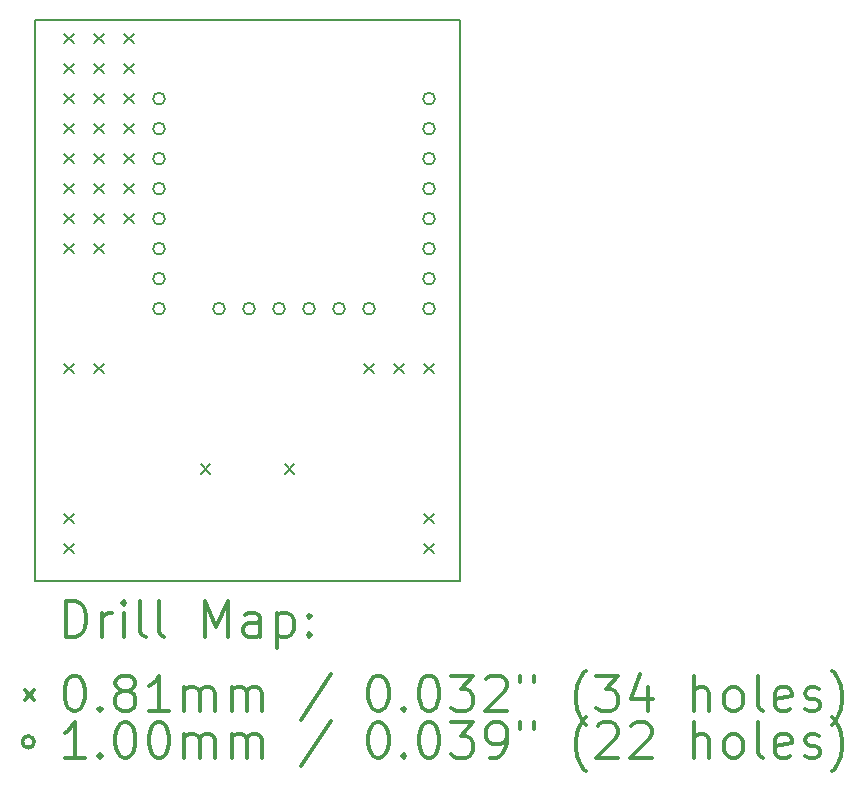
<source format=gbr>
%FSLAX45Y45*%
G04 Gerber Fmt 4.5, Leading zero omitted, Abs format (unit mm)*
G04 Created by KiCad (PCBNEW 4.0.4-stable) date *
%MOMM*%
%LPD*%
G01*
G04 APERTURE LIST*
%ADD10C,0.127000*%
%ADD11C,0.150000*%
%ADD12C,0.200000*%
%ADD13C,0.300000*%
G04 APERTURE END LIST*
D10*
D11*
X0Y4750000D02*
X0Y0D01*
X0Y0D02*
X3600000Y0D01*
X3600000Y4750000D02*
X3600000Y0D01*
X0Y4750000D02*
X3600000Y4750000D01*
D12*
X246360Y4630640D02*
X327640Y4549360D01*
X327640Y4630640D02*
X246360Y4549360D01*
X246360Y4376640D02*
X327640Y4295360D01*
X327640Y4376640D02*
X246360Y4295360D01*
X246360Y4122640D02*
X327640Y4041360D01*
X327640Y4122640D02*
X246360Y4041360D01*
X246360Y3868640D02*
X327640Y3787360D01*
X327640Y3868640D02*
X246360Y3787360D01*
X246360Y3614640D02*
X327640Y3533360D01*
X327640Y3614640D02*
X246360Y3533360D01*
X246360Y3360640D02*
X327640Y3279360D01*
X327640Y3360640D02*
X246360Y3279360D01*
X246360Y3106640D02*
X327640Y3025360D01*
X327640Y3106640D02*
X246360Y3025360D01*
X246360Y2852640D02*
X327640Y2771360D01*
X327640Y2852640D02*
X246360Y2771360D01*
X246360Y1836640D02*
X327640Y1755360D01*
X327640Y1836640D02*
X246360Y1755360D01*
X246360Y566640D02*
X327640Y485360D01*
X327640Y566640D02*
X246360Y485360D01*
X246360Y312640D02*
X327640Y231360D01*
X327640Y312640D02*
X246360Y231360D01*
X500360Y4630640D02*
X581640Y4549360D01*
X581640Y4630640D02*
X500360Y4549360D01*
X500360Y4376640D02*
X581640Y4295360D01*
X581640Y4376640D02*
X500360Y4295360D01*
X500360Y4122640D02*
X581640Y4041360D01*
X581640Y4122640D02*
X500360Y4041360D01*
X500360Y3868640D02*
X581640Y3787360D01*
X581640Y3868640D02*
X500360Y3787360D01*
X500360Y3614640D02*
X581640Y3533360D01*
X581640Y3614640D02*
X500360Y3533360D01*
X500360Y3360640D02*
X581640Y3279360D01*
X581640Y3360640D02*
X500360Y3279360D01*
X500360Y3106640D02*
X581640Y3025360D01*
X581640Y3106640D02*
X500360Y3025360D01*
X500360Y2852640D02*
X581640Y2771360D01*
X581640Y2852640D02*
X500360Y2771360D01*
X500360Y1836640D02*
X581640Y1755360D01*
X581640Y1836640D02*
X500360Y1755360D01*
X754360Y4630640D02*
X835640Y4549360D01*
X835640Y4630640D02*
X754360Y4549360D01*
X754360Y4376640D02*
X835640Y4295360D01*
X835640Y4376640D02*
X754360Y4295360D01*
X754360Y4122640D02*
X835640Y4041360D01*
X835640Y4122640D02*
X754360Y4041360D01*
X754360Y3868640D02*
X835640Y3787360D01*
X835640Y3868640D02*
X754360Y3787360D01*
X754360Y3614640D02*
X835640Y3533360D01*
X835640Y3614640D02*
X754360Y3533360D01*
X754360Y3360640D02*
X835640Y3279360D01*
X835640Y3360640D02*
X754360Y3279360D01*
X754360Y3106640D02*
X835640Y3025360D01*
X835640Y3106640D02*
X754360Y3025360D01*
X1402060Y985740D02*
X1483340Y904460D01*
X1483340Y985740D02*
X1402060Y904460D01*
X2113260Y985740D02*
X2194540Y904460D01*
X2194540Y985740D02*
X2113260Y904460D01*
X2786360Y1836640D02*
X2867640Y1755360D01*
X2867640Y1836640D02*
X2786360Y1755360D01*
X3040360Y1836640D02*
X3121640Y1755360D01*
X3121640Y1836640D02*
X3040360Y1755360D01*
X3294360Y1836640D02*
X3375640Y1755360D01*
X3375640Y1836640D02*
X3294360Y1755360D01*
X3294360Y566640D02*
X3375640Y485360D01*
X3375640Y566640D02*
X3294360Y485360D01*
X3294360Y312640D02*
X3375640Y231360D01*
X3375640Y312640D02*
X3294360Y231360D01*
X1099038Y4082000D02*
G75*
G03X1099038Y4082000I-50038J0D01*
G01*
X1099038Y3828000D02*
G75*
G03X1099038Y3828000I-50038J0D01*
G01*
X1099038Y3574000D02*
G75*
G03X1099038Y3574000I-50038J0D01*
G01*
X1099038Y3320000D02*
G75*
G03X1099038Y3320000I-50038J0D01*
G01*
X1099038Y3066000D02*
G75*
G03X1099038Y3066000I-50038J0D01*
G01*
X1099038Y2812000D02*
G75*
G03X1099038Y2812000I-50038J0D01*
G01*
X1099038Y2558000D02*
G75*
G03X1099038Y2558000I-50038J0D01*
G01*
X1099038Y2304000D02*
G75*
G03X1099038Y2304000I-50038J0D01*
G01*
X1607038Y2304000D02*
G75*
G03X1607038Y2304000I-50038J0D01*
G01*
X1861038Y2304000D02*
G75*
G03X1861038Y2304000I-50038J0D01*
G01*
X2115038Y2304000D02*
G75*
G03X2115038Y2304000I-50038J0D01*
G01*
X2369038Y2304000D02*
G75*
G03X2369038Y2304000I-50038J0D01*
G01*
X2623038Y2304000D02*
G75*
G03X2623038Y2304000I-50038J0D01*
G01*
X2877038Y2304000D02*
G75*
G03X2877038Y2304000I-50038J0D01*
G01*
X3385038Y4082000D02*
G75*
G03X3385038Y4082000I-50038J0D01*
G01*
X3385038Y3828000D02*
G75*
G03X3385038Y3828000I-50038J0D01*
G01*
X3385038Y3574000D02*
G75*
G03X3385038Y3574000I-50038J0D01*
G01*
X3385038Y3320000D02*
G75*
G03X3385038Y3320000I-50038J0D01*
G01*
X3385038Y3066000D02*
G75*
G03X3385038Y3066000I-50038J0D01*
G01*
X3385038Y2812000D02*
G75*
G03X3385038Y2812000I-50038J0D01*
G01*
X3385038Y2558000D02*
G75*
G03X3385038Y2558000I-50038J0D01*
G01*
X3385038Y2304000D02*
G75*
G03X3385038Y2304000I-50038J0D01*
G01*
D13*
X263929Y-473214D02*
X263929Y-173214D01*
X335357Y-173214D01*
X378214Y-187500D01*
X406786Y-216071D01*
X421071Y-244643D01*
X435357Y-301786D01*
X435357Y-344643D01*
X421071Y-401786D01*
X406786Y-430357D01*
X378214Y-458929D01*
X335357Y-473214D01*
X263929Y-473214D01*
X563929Y-473214D02*
X563929Y-273214D01*
X563929Y-330357D02*
X578214Y-301786D01*
X592500Y-287500D01*
X621071Y-273214D01*
X649643Y-273214D01*
X749643Y-473214D02*
X749643Y-273214D01*
X749643Y-173214D02*
X735357Y-187500D01*
X749643Y-201786D01*
X763928Y-187500D01*
X749643Y-173214D01*
X749643Y-201786D01*
X935357Y-473214D02*
X906786Y-458929D01*
X892500Y-430357D01*
X892500Y-173214D01*
X1092500Y-473214D02*
X1063929Y-458929D01*
X1049643Y-430357D01*
X1049643Y-173214D01*
X1435357Y-473214D02*
X1435357Y-173214D01*
X1535357Y-387500D01*
X1635357Y-173214D01*
X1635357Y-473214D01*
X1906786Y-473214D02*
X1906786Y-316072D01*
X1892500Y-287500D01*
X1863928Y-273214D01*
X1806786Y-273214D01*
X1778214Y-287500D01*
X1906786Y-458929D02*
X1878214Y-473214D01*
X1806786Y-473214D01*
X1778214Y-458929D01*
X1763928Y-430357D01*
X1763928Y-401786D01*
X1778214Y-373214D01*
X1806786Y-358929D01*
X1878214Y-358929D01*
X1906786Y-344643D01*
X2049643Y-273214D02*
X2049643Y-573214D01*
X2049643Y-287500D02*
X2078214Y-273214D01*
X2135357Y-273214D01*
X2163929Y-287500D01*
X2178214Y-301786D01*
X2192500Y-330357D01*
X2192500Y-416071D01*
X2178214Y-444643D01*
X2163929Y-458929D01*
X2135357Y-473214D01*
X2078214Y-473214D01*
X2049643Y-458929D01*
X2321071Y-444643D02*
X2335357Y-458929D01*
X2321071Y-473214D01*
X2306786Y-458929D01*
X2321071Y-444643D01*
X2321071Y-473214D01*
X2321071Y-287500D02*
X2335357Y-301786D01*
X2321071Y-316072D01*
X2306786Y-301786D01*
X2321071Y-287500D01*
X2321071Y-316072D01*
X-88780Y-926860D02*
X-7500Y-1008140D01*
X-7500Y-926860D02*
X-88780Y-1008140D01*
X321071Y-803214D02*
X349643Y-803214D01*
X378214Y-817500D01*
X392500Y-831786D01*
X406786Y-860357D01*
X421071Y-917500D01*
X421071Y-988929D01*
X406786Y-1046071D01*
X392500Y-1074643D01*
X378214Y-1088929D01*
X349643Y-1103214D01*
X321071Y-1103214D01*
X292500Y-1088929D01*
X278214Y-1074643D01*
X263929Y-1046071D01*
X249643Y-988929D01*
X249643Y-917500D01*
X263929Y-860357D01*
X278214Y-831786D01*
X292500Y-817500D01*
X321071Y-803214D01*
X549643Y-1074643D02*
X563929Y-1088929D01*
X549643Y-1103214D01*
X535357Y-1088929D01*
X549643Y-1074643D01*
X549643Y-1103214D01*
X735357Y-931786D02*
X706786Y-917500D01*
X692500Y-903214D01*
X678214Y-874643D01*
X678214Y-860357D01*
X692500Y-831786D01*
X706786Y-817500D01*
X735357Y-803214D01*
X792500Y-803214D01*
X821071Y-817500D01*
X835357Y-831786D01*
X849643Y-860357D01*
X849643Y-874643D01*
X835357Y-903214D01*
X821071Y-917500D01*
X792500Y-931786D01*
X735357Y-931786D01*
X706786Y-946071D01*
X692500Y-960357D01*
X678214Y-988929D01*
X678214Y-1046071D01*
X692500Y-1074643D01*
X706786Y-1088929D01*
X735357Y-1103214D01*
X792500Y-1103214D01*
X821071Y-1088929D01*
X835357Y-1074643D01*
X849643Y-1046071D01*
X849643Y-988929D01*
X835357Y-960357D01*
X821071Y-946071D01*
X792500Y-931786D01*
X1135357Y-1103214D02*
X963928Y-1103214D01*
X1049643Y-1103214D02*
X1049643Y-803214D01*
X1021071Y-846071D01*
X992500Y-874643D01*
X963928Y-888929D01*
X1263929Y-1103214D02*
X1263929Y-903214D01*
X1263929Y-931786D02*
X1278214Y-917500D01*
X1306786Y-903214D01*
X1349643Y-903214D01*
X1378214Y-917500D01*
X1392500Y-946071D01*
X1392500Y-1103214D01*
X1392500Y-946071D02*
X1406786Y-917500D01*
X1435357Y-903214D01*
X1478214Y-903214D01*
X1506786Y-917500D01*
X1521071Y-946071D01*
X1521071Y-1103214D01*
X1663928Y-1103214D02*
X1663928Y-903214D01*
X1663928Y-931786D02*
X1678214Y-917500D01*
X1706786Y-903214D01*
X1749643Y-903214D01*
X1778214Y-917500D01*
X1792500Y-946071D01*
X1792500Y-1103214D01*
X1792500Y-946071D02*
X1806786Y-917500D01*
X1835357Y-903214D01*
X1878214Y-903214D01*
X1906786Y-917500D01*
X1921071Y-946071D01*
X1921071Y-1103214D01*
X2506786Y-788929D02*
X2249643Y-1174643D01*
X2892500Y-803214D02*
X2921071Y-803214D01*
X2949643Y-817500D01*
X2963928Y-831786D01*
X2978214Y-860357D01*
X2992500Y-917500D01*
X2992500Y-988929D01*
X2978214Y-1046071D01*
X2963928Y-1074643D01*
X2949643Y-1088929D01*
X2921071Y-1103214D01*
X2892500Y-1103214D01*
X2863928Y-1088929D01*
X2849643Y-1074643D01*
X2835357Y-1046071D01*
X2821071Y-988929D01*
X2821071Y-917500D01*
X2835357Y-860357D01*
X2849643Y-831786D01*
X2863928Y-817500D01*
X2892500Y-803214D01*
X3121071Y-1074643D02*
X3135357Y-1088929D01*
X3121071Y-1103214D01*
X3106786Y-1088929D01*
X3121071Y-1074643D01*
X3121071Y-1103214D01*
X3321071Y-803214D02*
X3349643Y-803214D01*
X3378214Y-817500D01*
X3392500Y-831786D01*
X3406785Y-860357D01*
X3421071Y-917500D01*
X3421071Y-988929D01*
X3406785Y-1046071D01*
X3392500Y-1074643D01*
X3378214Y-1088929D01*
X3349643Y-1103214D01*
X3321071Y-1103214D01*
X3292500Y-1088929D01*
X3278214Y-1074643D01*
X3263928Y-1046071D01*
X3249643Y-988929D01*
X3249643Y-917500D01*
X3263928Y-860357D01*
X3278214Y-831786D01*
X3292500Y-817500D01*
X3321071Y-803214D01*
X3521071Y-803214D02*
X3706785Y-803214D01*
X3606785Y-917500D01*
X3649643Y-917500D01*
X3678214Y-931786D01*
X3692500Y-946071D01*
X3706785Y-974643D01*
X3706785Y-1046071D01*
X3692500Y-1074643D01*
X3678214Y-1088929D01*
X3649643Y-1103214D01*
X3563928Y-1103214D01*
X3535357Y-1088929D01*
X3521071Y-1074643D01*
X3821071Y-831786D02*
X3835357Y-817500D01*
X3863928Y-803214D01*
X3935357Y-803214D01*
X3963928Y-817500D01*
X3978214Y-831786D01*
X3992500Y-860357D01*
X3992500Y-888929D01*
X3978214Y-931786D01*
X3806785Y-1103214D01*
X3992500Y-1103214D01*
X4106786Y-803214D02*
X4106786Y-860357D01*
X4221071Y-803214D02*
X4221071Y-860357D01*
X4663928Y-1217500D02*
X4649643Y-1203214D01*
X4621071Y-1160357D01*
X4606786Y-1131786D01*
X4592500Y-1088929D01*
X4578214Y-1017500D01*
X4578214Y-960357D01*
X4592500Y-888929D01*
X4606786Y-846071D01*
X4621071Y-817500D01*
X4649643Y-774643D01*
X4663928Y-760357D01*
X4749643Y-803214D02*
X4935357Y-803214D01*
X4835357Y-917500D01*
X4878214Y-917500D01*
X4906786Y-931786D01*
X4921071Y-946071D01*
X4935357Y-974643D01*
X4935357Y-1046071D01*
X4921071Y-1074643D01*
X4906786Y-1088929D01*
X4878214Y-1103214D01*
X4792500Y-1103214D01*
X4763928Y-1088929D01*
X4749643Y-1074643D01*
X5192500Y-903214D02*
X5192500Y-1103214D01*
X5121071Y-788929D02*
X5049643Y-1003214D01*
X5235357Y-1003214D01*
X5578214Y-1103214D02*
X5578214Y-803214D01*
X5706785Y-1103214D02*
X5706785Y-946071D01*
X5692500Y-917500D01*
X5663928Y-903214D01*
X5621071Y-903214D01*
X5592500Y-917500D01*
X5578214Y-931786D01*
X5892500Y-1103214D02*
X5863928Y-1088929D01*
X5849643Y-1074643D01*
X5835357Y-1046071D01*
X5835357Y-960357D01*
X5849643Y-931786D01*
X5863928Y-917500D01*
X5892500Y-903214D01*
X5935357Y-903214D01*
X5963928Y-917500D01*
X5978214Y-931786D01*
X5992500Y-960357D01*
X5992500Y-1046071D01*
X5978214Y-1074643D01*
X5963928Y-1088929D01*
X5935357Y-1103214D01*
X5892500Y-1103214D01*
X6163928Y-1103214D02*
X6135357Y-1088929D01*
X6121071Y-1060357D01*
X6121071Y-803214D01*
X6392500Y-1088929D02*
X6363928Y-1103214D01*
X6306786Y-1103214D01*
X6278214Y-1088929D01*
X6263928Y-1060357D01*
X6263928Y-946071D01*
X6278214Y-917500D01*
X6306786Y-903214D01*
X6363928Y-903214D01*
X6392500Y-917500D01*
X6406786Y-946071D01*
X6406786Y-974643D01*
X6263928Y-1003214D01*
X6521071Y-1088929D02*
X6549643Y-1103214D01*
X6606786Y-1103214D01*
X6635357Y-1088929D01*
X6649643Y-1060357D01*
X6649643Y-1046071D01*
X6635357Y-1017500D01*
X6606786Y-1003214D01*
X6563928Y-1003214D01*
X6535357Y-988929D01*
X6521071Y-960357D01*
X6521071Y-946071D01*
X6535357Y-917500D01*
X6563928Y-903214D01*
X6606786Y-903214D01*
X6635357Y-917500D01*
X6749643Y-1217500D02*
X6763928Y-1203214D01*
X6792500Y-1160357D01*
X6806786Y-1131786D01*
X6821071Y-1088929D01*
X6835357Y-1017500D01*
X6835357Y-960357D01*
X6821071Y-888929D01*
X6806786Y-846071D01*
X6792500Y-817500D01*
X6763928Y-774643D01*
X6749643Y-760357D01*
X-7500Y-1363500D02*
G75*
G03X-7500Y-1363500I-50038J0D01*
G01*
X421071Y-1499214D02*
X249643Y-1499214D01*
X335357Y-1499214D02*
X335357Y-1199214D01*
X306786Y-1242072D01*
X278214Y-1270643D01*
X249643Y-1284929D01*
X549643Y-1470643D02*
X563929Y-1484929D01*
X549643Y-1499214D01*
X535357Y-1484929D01*
X549643Y-1470643D01*
X549643Y-1499214D01*
X749643Y-1199214D02*
X778214Y-1199214D01*
X806786Y-1213500D01*
X821071Y-1227786D01*
X835357Y-1256357D01*
X849643Y-1313500D01*
X849643Y-1384929D01*
X835357Y-1442071D01*
X821071Y-1470643D01*
X806786Y-1484929D01*
X778214Y-1499214D01*
X749643Y-1499214D01*
X721071Y-1484929D01*
X706786Y-1470643D01*
X692500Y-1442071D01*
X678214Y-1384929D01*
X678214Y-1313500D01*
X692500Y-1256357D01*
X706786Y-1227786D01*
X721071Y-1213500D01*
X749643Y-1199214D01*
X1035357Y-1199214D02*
X1063929Y-1199214D01*
X1092500Y-1213500D01*
X1106786Y-1227786D01*
X1121071Y-1256357D01*
X1135357Y-1313500D01*
X1135357Y-1384929D01*
X1121071Y-1442071D01*
X1106786Y-1470643D01*
X1092500Y-1484929D01*
X1063929Y-1499214D01*
X1035357Y-1499214D01*
X1006786Y-1484929D01*
X992500Y-1470643D01*
X978214Y-1442071D01*
X963928Y-1384929D01*
X963928Y-1313500D01*
X978214Y-1256357D01*
X992500Y-1227786D01*
X1006786Y-1213500D01*
X1035357Y-1199214D01*
X1263929Y-1499214D02*
X1263929Y-1299214D01*
X1263929Y-1327786D02*
X1278214Y-1313500D01*
X1306786Y-1299214D01*
X1349643Y-1299214D01*
X1378214Y-1313500D01*
X1392500Y-1342072D01*
X1392500Y-1499214D01*
X1392500Y-1342072D02*
X1406786Y-1313500D01*
X1435357Y-1299214D01*
X1478214Y-1299214D01*
X1506786Y-1313500D01*
X1521071Y-1342072D01*
X1521071Y-1499214D01*
X1663928Y-1499214D02*
X1663928Y-1299214D01*
X1663928Y-1327786D02*
X1678214Y-1313500D01*
X1706786Y-1299214D01*
X1749643Y-1299214D01*
X1778214Y-1313500D01*
X1792500Y-1342072D01*
X1792500Y-1499214D01*
X1792500Y-1342072D02*
X1806786Y-1313500D01*
X1835357Y-1299214D01*
X1878214Y-1299214D01*
X1906786Y-1313500D01*
X1921071Y-1342072D01*
X1921071Y-1499214D01*
X2506786Y-1184929D02*
X2249643Y-1570643D01*
X2892500Y-1199214D02*
X2921071Y-1199214D01*
X2949643Y-1213500D01*
X2963928Y-1227786D01*
X2978214Y-1256357D01*
X2992500Y-1313500D01*
X2992500Y-1384929D01*
X2978214Y-1442071D01*
X2963928Y-1470643D01*
X2949643Y-1484929D01*
X2921071Y-1499214D01*
X2892500Y-1499214D01*
X2863928Y-1484929D01*
X2849643Y-1470643D01*
X2835357Y-1442071D01*
X2821071Y-1384929D01*
X2821071Y-1313500D01*
X2835357Y-1256357D01*
X2849643Y-1227786D01*
X2863928Y-1213500D01*
X2892500Y-1199214D01*
X3121071Y-1470643D02*
X3135357Y-1484929D01*
X3121071Y-1499214D01*
X3106786Y-1484929D01*
X3121071Y-1470643D01*
X3121071Y-1499214D01*
X3321071Y-1199214D02*
X3349643Y-1199214D01*
X3378214Y-1213500D01*
X3392500Y-1227786D01*
X3406785Y-1256357D01*
X3421071Y-1313500D01*
X3421071Y-1384929D01*
X3406785Y-1442071D01*
X3392500Y-1470643D01*
X3378214Y-1484929D01*
X3349643Y-1499214D01*
X3321071Y-1499214D01*
X3292500Y-1484929D01*
X3278214Y-1470643D01*
X3263928Y-1442071D01*
X3249643Y-1384929D01*
X3249643Y-1313500D01*
X3263928Y-1256357D01*
X3278214Y-1227786D01*
X3292500Y-1213500D01*
X3321071Y-1199214D01*
X3521071Y-1199214D02*
X3706785Y-1199214D01*
X3606785Y-1313500D01*
X3649643Y-1313500D01*
X3678214Y-1327786D01*
X3692500Y-1342072D01*
X3706785Y-1370643D01*
X3706785Y-1442071D01*
X3692500Y-1470643D01*
X3678214Y-1484929D01*
X3649643Y-1499214D01*
X3563928Y-1499214D01*
X3535357Y-1484929D01*
X3521071Y-1470643D01*
X3849643Y-1499214D02*
X3906785Y-1499214D01*
X3935357Y-1484929D01*
X3949643Y-1470643D01*
X3978214Y-1427786D01*
X3992500Y-1370643D01*
X3992500Y-1256357D01*
X3978214Y-1227786D01*
X3963928Y-1213500D01*
X3935357Y-1199214D01*
X3878214Y-1199214D01*
X3849643Y-1213500D01*
X3835357Y-1227786D01*
X3821071Y-1256357D01*
X3821071Y-1327786D01*
X3835357Y-1356357D01*
X3849643Y-1370643D01*
X3878214Y-1384929D01*
X3935357Y-1384929D01*
X3963928Y-1370643D01*
X3978214Y-1356357D01*
X3992500Y-1327786D01*
X4106786Y-1199214D02*
X4106786Y-1256357D01*
X4221071Y-1199214D02*
X4221071Y-1256357D01*
X4663928Y-1613500D02*
X4649643Y-1599214D01*
X4621071Y-1556357D01*
X4606786Y-1527786D01*
X4592500Y-1484929D01*
X4578214Y-1413500D01*
X4578214Y-1356357D01*
X4592500Y-1284929D01*
X4606786Y-1242072D01*
X4621071Y-1213500D01*
X4649643Y-1170643D01*
X4663928Y-1156357D01*
X4763928Y-1227786D02*
X4778214Y-1213500D01*
X4806786Y-1199214D01*
X4878214Y-1199214D01*
X4906786Y-1213500D01*
X4921071Y-1227786D01*
X4935357Y-1256357D01*
X4935357Y-1284929D01*
X4921071Y-1327786D01*
X4749643Y-1499214D01*
X4935357Y-1499214D01*
X5049643Y-1227786D02*
X5063928Y-1213500D01*
X5092500Y-1199214D01*
X5163928Y-1199214D01*
X5192500Y-1213500D01*
X5206786Y-1227786D01*
X5221071Y-1256357D01*
X5221071Y-1284929D01*
X5206786Y-1327786D01*
X5035357Y-1499214D01*
X5221071Y-1499214D01*
X5578214Y-1499214D02*
X5578214Y-1199214D01*
X5706785Y-1499214D02*
X5706785Y-1342072D01*
X5692500Y-1313500D01*
X5663928Y-1299214D01*
X5621071Y-1299214D01*
X5592500Y-1313500D01*
X5578214Y-1327786D01*
X5892500Y-1499214D02*
X5863928Y-1484929D01*
X5849643Y-1470643D01*
X5835357Y-1442071D01*
X5835357Y-1356357D01*
X5849643Y-1327786D01*
X5863928Y-1313500D01*
X5892500Y-1299214D01*
X5935357Y-1299214D01*
X5963928Y-1313500D01*
X5978214Y-1327786D01*
X5992500Y-1356357D01*
X5992500Y-1442071D01*
X5978214Y-1470643D01*
X5963928Y-1484929D01*
X5935357Y-1499214D01*
X5892500Y-1499214D01*
X6163928Y-1499214D02*
X6135357Y-1484929D01*
X6121071Y-1456357D01*
X6121071Y-1199214D01*
X6392500Y-1484929D02*
X6363928Y-1499214D01*
X6306786Y-1499214D01*
X6278214Y-1484929D01*
X6263928Y-1456357D01*
X6263928Y-1342072D01*
X6278214Y-1313500D01*
X6306786Y-1299214D01*
X6363928Y-1299214D01*
X6392500Y-1313500D01*
X6406786Y-1342072D01*
X6406786Y-1370643D01*
X6263928Y-1399214D01*
X6521071Y-1484929D02*
X6549643Y-1499214D01*
X6606786Y-1499214D01*
X6635357Y-1484929D01*
X6649643Y-1456357D01*
X6649643Y-1442071D01*
X6635357Y-1413500D01*
X6606786Y-1399214D01*
X6563928Y-1399214D01*
X6535357Y-1384929D01*
X6521071Y-1356357D01*
X6521071Y-1342072D01*
X6535357Y-1313500D01*
X6563928Y-1299214D01*
X6606786Y-1299214D01*
X6635357Y-1313500D01*
X6749643Y-1613500D02*
X6763928Y-1599214D01*
X6792500Y-1556357D01*
X6806786Y-1527786D01*
X6821071Y-1484929D01*
X6835357Y-1413500D01*
X6835357Y-1356357D01*
X6821071Y-1284929D01*
X6806786Y-1242072D01*
X6792500Y-1213500D01*
X6763928Y-1170643D01*
X6749643Y-1156357D01*
M02*

</source>
